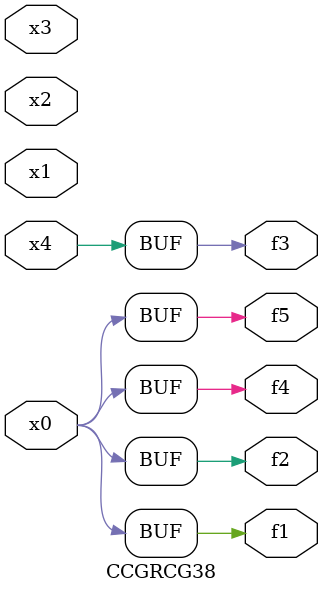
<source format=v>
module CCGRCG38(
	input x0, x1, x2, x3, x4,
	output f1, f2, f3, f4, f5
);
	assign f1 = x0;
	assign f2 = x0;
	assign f3 = x4;
	assign f4 = x0;
	assign f5 = x0;
endmodule

</source>
